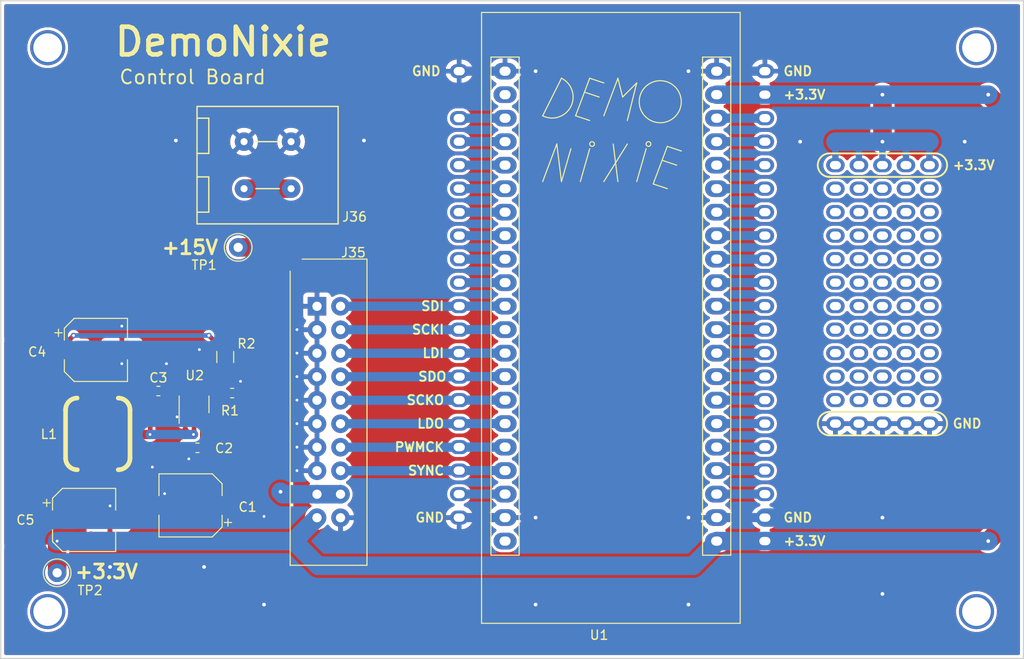
<source format=kicad_pcb>
(kicad_pcb (version 20171130) (host pcbnew 5.0.2-bee76a0~70~ubuntu18.04.1)
  (layers (0 F.Cu signal) (31 B.Cu signal) (34 B.Paste user) (35 F.Paste user) (36 B.SilkS user) (37 F.SilkS user) (38 B.Mask user) (39 F.Mask user) (44 Edge.Cuts user))
  (net 0 "")
  (net 1 GND)
  (net 2 +15V)
  (net 3 "Net-(C3-Pad1)")
  (net 4 "Net-(C3-Pad2)")
  (net 5 +3V3)
  (net 6 "Net-(J1-Pad1)")
  (net 7 "Net-(J2-Pad1)")
  (net 8 "Net-(J3-Pad1)")
  (net 9 "Net-(J4-Pad1)")
  (net 10 "Net-(J5-Pad1)")
  (net 11 "Net-(J6-Pad1)")
  (net 12 "Net-(J7-Pad1)")
  (net 13 "Net-(J8-Pad1)")
  (net 14 /SDI)
  (net 15 /SCKI)
  (net 16 /LDI)
  (net 17 /SDO)
  (net 18 /SCKO)
  (net 19 /LDO)
  (net 20 /PWMCK)
  (net 21 /SYNC)
  (net 22 "Net-(J17-Pad1)")
  (net 23 "Net-(J18-Pad1)")
  (net 24 "Net-(J19-Pad1)")
  (net 25 "Net-(J20-Pad1)")
  (net 26 "Net-(J21-Pad1)")
  (net 27 "Net-(J22-Pad1)")
  (net 28 "Net-(J23-Pad1)")
  (net 29 "Net-(J24-Pad1)")
  (net 30 "Net-(J25-Pad1)")
  (net 31 "Net-(J26-Pad1)")
  (net 32 "Net-(J27-Pad1)")
  (net 33 "Net-(J28-Pad1)")
  (net 34 "Net-(J29-Pad1)")
  (net 35 "Net-(J30-Pad1)")
  (net 36 "Net-(J31-Pad1)")
  (net 37 "Net-(J32-Pad1)")
  (net 38 "Net-(J33-Pad1)")
  (net 39 "Net-(J34-Pad1)")
  (net 40 "Net-(J37-Pad1)")
  (net 41 "Net-(J38-Pad1)")
  (net 42 "Net-(J39-Pad1)")
  (net 43 "Net-(J40-Pad1)")
  (net 44 "Net-(J41-Pad1)")
  (net 45 "Net-(J42-Pad1)")
  (net 46 "Net-(J43-Pad1)")
  (net 47 "Net-(J44-Pad1)")
  (net 48 "Net-(J45-Pad1)")
  (net 49 "Net-(J46-Pad1)")
  (net 50 "Net-(J47-Pad1)")
  (net 51 "Net-(J48-Pad1)")
  (net 52 "Net-(J49-Pad1)")
  (net 53 "Net-(J50-Pad1)")
  (net 54 "Net-(J51-Pad1)")
  (net 55 "Net-(J52-Pad1)")
  (net 56 "Net-(J53-Pad1)")
  (net 57 "Net-(J54-Pad1)")
  (net 58 "Net-(J55-Pad1)")
  (net 59 "Net-(J56-Pad1)")
  (net 60 "Net-(J57-Pad1)")
  (net 61 "Net-(J58-Pad1)")
  (net 62 "Net-(J59-Pad1)")
  (net 63 "Net-(J60-Pad1)")
  (net 64 "Net-(J61-Pad1)")
  (net 65 "Net-(J62-Pad1)")
  (net 66 "Net-(J63-Pad1)")
  (net 67 "Net-(J64-Pad1)")
  (net 68 "Net-(J65-Pad1)")
  (net 69 "Net-(J66-Pad1)")
  (net 70 "Net-(J67-Pad1)")
  (net 71 "Net-(J68-Pad1)")
  (net 72 "Net-(J69-Pad1)")
  (net 73 "Net-(J70-Pad1)")
  (net 74 "Net-(J71-Pad1)")
  (net 75 "Net-(R1-Pad1)")
  (net 76 "Net-(U1-Pad22)")
  (net 77 "Net-(U1-Pad41)")
  (net 78 "Net-(J78-Pad1)")
  (net 79 "Net-(J79-Pad1)")
  (net 80 "Net-(J80-Pad1)")
  (net 81 "Net-(J81-Pad1)")
  (net 82 "Net-(J82-Pad1)")
  (net 83 "Net-(J83-Pad1)")
  (net 84 "Net-(J84-Pad1)")
  (net 85 "Net-(J85-Pad1)")
  (net 86 "Net-(J86-Pad1)")
  (net 87 "Net-(J87-Pad1)")
  (net 88 "Net-(J88-Pad1)")
  (net 89 "Net-(J89-Pad1)")
  (net 90 "Net-(J90-Pad1)")
  (net 91 "Net-(J91-Pad1)")
  (net 92 "Net-(J92-Pad1)")
  (net 93 "Net-(J103-Pad1)")
  (net 94 "Net-(J104-Pad1)")
  (net 95 "Net-(J105-Pad1)")
  (net 96 "Net-(J106-Pad1)")
  (module Capacitor_SMD:CP_Elec_6.3x5.9 (layer F.Cu) (at 162.361591 118.30233 180)
    (fp_text reference C1 (at -6.162 -0.174 180) (layer F.SilkS))
    (fp_text value 10u)
    (pad 2 smd roundrect (at 2.8 0 180) (size 3.5 1.6) (layers F.Cu F.Paste F.Mask) (roundrect_rratio 0.15625) (net 1 GND))
    (pad 1 smd roundrect (at -2.8 0 180) (size 3.5 1.6) (layers F.Cu F.Paste F.Mask) (roundrect_rratio 0.15625) (net 2 +15V))
  )
  (module Capacitor_SMD:C_0603_1608Metric_Pad1.05x0.95mm_HandSolder (layer F.Cu) (at 163.109591 112.07933 180)
    (fp_text reference C2 (at -2.874 -0.047 180) (layer F.SilkS))
    (fp_text value 100n)
    (pad 2 smd roundrect (at 0.875 0 180) (size 1.05 0.95) (layers F.Cu F.Paste F.Mask) (net 1 GND))
    (pad 1 smd roundrect (at -0.875 0 180) (size 1.05 0.95) (layers F.Cu F.Paste F.Mask) (net 2 +15V))
  )
  (module Capacitor_SMD:C_0603_1608Metric_Pad1.05x0.95mm_HandSolder (layer F.Cu) (at 158.885591 105.93633)
    (fp_text reference C3 (at 0 -1.43) (layer F.SilkS))
    (fp_text value 100n)
    (pad 1 smd roundrect (at -0.875 0) (size 1.05 0.95) (layers F.Cu F.Paste F.Mask) (net 3 "Net-(C3-Pad1)"))
    (pad 2 smd roundrect (at 0.875 0) (size 1.05 0.95) (layers F.Cu F.Paste F.Mask) (net 4 "Net-(C3-Pad2)"))
  )
  (module Capacitor_SMD:CP_Elec_6.3x5.4 (layer F.Cu) (at 150.864591 119.87333)
    (fp_text reference C5 (at -6.344 0) (layer F.SilkS))
    (fp_text value 22u)
    (pad 1 smd roundrect (at -2.8 0) (size 3.5 1.6) (layers F.Cu F.Paste F.Mask) (roundrect_rratio 0.15625) (net 5 +3V3))
    (pad 2 smd roundrect (at 2.8 0) (size 3.5 1.6) (layers F.Cu F.Paste F.Mask) (roundrect_rratio 0.15625) (net 1 GND))
  )
  (module FootprintGamelGe2:HE10_2x10_P2.54mm (layer F.Cu) (at 176.022 96.774)
    (fp_text reference J35 (at 3.931591 -5.8) (layer F.SilkS))
    (fp_text value HE10_02x10)
    (pad 20 thru_hole oval (at 2.54 22.86) (size 2 2) (drill 1) (layers *.Cu *.Mask) (net 1 GND))
    (pad 19 thru_hole oval (at 0 22.86) (size 2 2) (drill 1) (layers *.Cu *.Mask) (net 5 +3V3))
    (pad 18 thru_hole oval (at 2.54 20.32) (size 2 2) (drill 1) (layers *.Cu *.Mask) (net 2 +15V))
    (pad 17 thru_hole oval (at 0 20.32) (size 2 2) (drill 1) (layers *.Cu *.Mask) (net 2 +15V))
    (pad 16 thru_hole oval (at 2.54 17.78) (size 2 2) (drill 1) (layers *.Cu *.Mask) (net 21 /SYNC))
    (pad 15 thru_hole oval (at 0 17.78) (size 2 2) (drill 1) (layers *.Cu *.Mask) (net 1 GND))
    (pad 14 thru_hole oval (at 2.54 15.24) (size 2 2) (drill 1) (layers *.Cu *.Mask) (net 20 /PWMCK))
    (pad 13 thru_hole oval (at 0 15.24) (size 2 2) (drill 1) (layers *.Cu *.Mask) (net 1 GND))
    (pad 12 thru_hole oval (at 2.54 12.7) (size 2 2) (drill 1) (layers *.Cu *.Mask) (net 19 /LDO))
    (pad 11 thru_hole oval (at 0 12.7) (size 2 2) (drill 1) (layers *.Cu *.Mask) (net 1 GND))
    (pad 10 thru_hole oval (at 2.54 10.16) (size 2 2) (drill 1) (layers *.Cu *.Mask) (net 18 /SCKO))
    (pad 9 thru_hole oval (at 0 10.16) (size 2 2) (drill 1) (layers *.Cu *.Mask) (net 1 GND))
    (pad 8 thru_hole oval (at 2.54 7.62) (size 2 2) (drill 1) (layers *.Cu *.Mask) (net 17 /SDO))
    (pad 7 thru_hole oval (at 0 7.62) (size 2 2) (drill 1) (layers *.Cu *.Mask) (net 1 GND))
    (pad 6 thru_hole oval (at 2.54 5.08) (size 2 2) (drill 1) (layers *.Cu *.Mask) (net 16 /LDI))
    (pad 5 thru_hole oval (at 0 5.08) (size 2 2) (drill 1) (layers *.Cu *.Mask) (net 1 GND))
    (pad 4 thru_hole oval (at 2.54 2.54) (size 2 2) (drill 1) (layers *.Cu *.Mask) (net 15 /SCKI))
    (pad 3 thru_hole oval (at 0 2.54) (size 2 2) (drill 1) (layers *.Cu *.Mask) (net 1 GND))
    (pad 2 thru_hole oval (at 2.54 0) (size 2 2) (drill 1) (layers *.Cu *.Mask) (net 14 /SDI))
    (pad 1 thru_hole rect (at 0 0) (size 2 2) (drill 1) (layers *.Cu *.Mask) (net 1 GND))
  )
  (module "inductors:744778002 Wurth" (layer F.Cu) (at 155.442591 110.63533 270)
    (fp_text reference L1 (at -0.033 8.382) (layer F.SilkS))
    (fp_text value 2.2u)
    (pad 1 smd rect (at 0 0 270) (size 2.2 2) (layers F.Cu F.Paste F.Mask) (net 3 "Net-(C3-Pad1)"))
    (pad 2 smd rect (at 0 6.2 270) (size 2.2 2) (layers F.Cu F.Paste F.Mask) (net 5 +3V3))
  )
  (module Resistor_SMD:R_0603_1608Metric_Pad1.05x0.95mm_HandSolder (layer F.Cu) (at 166.858591 106.15733)
    (fp_text reference R1 (at -0.24 1.905) (layer F.SilkS))
    (fp_text value 10k)
    (pad 1 smd roundrect (at -0.875 0) (size 1.05 0.95) (layers F.Cu F.Paste F.Mask) (net 75 "Net-(R1-Pad1)"))
    (pad 2 smd roundrect (at 0.875 0) (size 1.05 0.95) (layers F.Cu F.Paste F.Mask) (net 1 GND))
  )
  (module Resistor_SMD:R_1206_3216Metric_Pad1.42x1.75mm_HandSolder (layer F.Cu) (at 166.110591 102.25683 270)
    (fp_text reference R2 (at -1.4335 -2.286) (layer F.SilkS))
    (fp_text value 33.2k)
    (pad 1 smd roundrect (at -1.4875 0 270) (size 1.425 1.75) (layers F.Cu F.Paste F.Mask) (roundrect_rratio 0.175439) (net 5 +3V3))
    (pad 2 smd roundrect (at 1.4875 0 270) (size 1.425 1.75) (layers F.Cu F.Paste F.Mask) (roundrect_rratio 0.175439) (net 75 "Net-(R1-Pad1)"))
  )
  (module TestPoint:TestPoint_Loop_D1.80mm_Drill1.0mm_Beaded (layer F.Cu) (at 167.507591 90.40933)
    (fp_text reference TP1 (at -3.683 1.905) (layer F.SilkS))
    (fp_text value TP_15V)
    (pad 1 thru_hole circle (at 0 0) (size 2 2) (drill 1) (layers *.Cu *.Mask) (net 2 +15V))
  )
  (module TestPoint:TestPoint_Loop_D1.80mm_Drill1.0mm_Beaded (layer F.Cu) (at 147.949591 125.58833)
    (fp_text reference TP2 (at 3.556 1.905) (layer F.SilkS))
    (fp_text value TP_3.3V)
    (pad 1 thru_hole circle (at 0 0) (size 2 2) (drill 1) (layers *.Cu *.Mask) (net 5 +3V3))
  )
  (module CY-BLE:CY8CPROTO-063-BLE (layer F.Cu) (at 219.196591 122.15933)
    (fp_text reference U1 (at -12.7 10.16) (layer F.SilkS))
    (fp_text value CY8CPROTO-063-BLE-PSOC6)
    (pad 1 thru_hole oval (at 0 0) (size 2.5 1.8) (drill oval 1.2 1) (layers *.Cu *.Mask) (net 5 +3V3))
    (pad 2 thru_hole oval (at 0 -2.54) (size 2.5 1.8) (drill oval 1.2 1) (layers *.Cu *.Mask) (net 1 GND))
    (pad 3 thru_hole oval (at 0 -5.08) (size 2.5 1.8) (drill oval 1.2 1) (layers *.Cu *.Mask) (net 39 "Net-(J34-Pad1)"))
    (pad 4 thru_hole oval (at 0 -7.62) (size 2.5 1.8) (drill oval 1.2 1) (layers *.Cu *.Mask) (net 38 "Net-(J33-Pad1)"))
    (pad 5 thru_hole oval (at 0 -10.16) (size 2.5 1.8) (drill oval 1.2 1) (layers *.Cu *.Mask) (net 37 "Net-(J32-Pad1)"))
    (pad 6 thru_hole oval (at 0 -12.7) (size 2.5 1.8) (drill oval 1.2 1) (layers *.Cu *.Mask) (net 36 "Net-(J31-Pad1)"))
    (pad 7 thru_hole oval (at 0 -15.24) (size 2.5 1.8) (drill oval 1.2 1) (layers *.Cu *.Mask) (net 35 "Net-(J30-Pad1)"))
    (pad 8 thru_hole oval (at 0 -17.78) (size 2.5 1.8) (drill oval 1.2 1) (layers *.Cu *.Mask) (net 34 "Net-(J29-Pad1)"))
    (pad 9 thru_hole oval (at 0 -20.32) (size 2.5 1.8) (drill oval 1.2 1) (layers *.Cu *.Mask) (net 33 "Net-(J28-Pad1)"))
    (pad 10 thru_hole oval (at 0 -22.86) (size 2.5 1.8) (drill oval 1.2 1) (layers *.Cu *.Mask) (net 32 "Net-(J27-Pad1)"))
    (pad 11 thru_hole oval (at 0 -25.4) (size 2.5 1.8) (drill oval 1.2 1) (layers *.Cu *.Mask) (net 31 "Net-(J26-Pad1)"))
    (pad 12 thru_hole oval (at 0 -27.94) (size 2.5 1.8) (drill oval 1.2 1) (layers *.Cu *.Mask) (net 30 "Net-(J25-Pad1)"))
    (pad 13 thru_hole oval (at 0 -30.48) (size 2.5 1.8) (drill oval 1.2 1) (layers *.Cu *.Mask) (net 29 "Net-(J24-Pad1)"))
    (pad 14 thru_hole oval (at 0 -33.02) (size 2.5 1.8) (drill oval 1.2 1) (layers *.Cu *.Mask) (net 28 "Net-(J23-Pad1)"))
    (pad 15 thru_hole oval (at 0 -35.56) (size 2.5 1.8) (drill oval 1.2 1) (layers *.Cu *.Mask) (net 27 "Net-(J22-Pad1)"))
    (pad 16 thru_hole oval (at 0 -38.1) (size 2.5 1.8) (drill oval 1.2 1) (layers *.Cu *.Mask) (net 26 "Net-(J21-Pad1)"))
    (pad 17 thru_hole oval (at 0 -40.64) (size 2.5 1.8) (drill oval 1.2 1) (layers *.Cu *.Mask) (net 25 "Net-(J20-Pad1)"))
    (pad 18 thru_hole oval (at 0 -43.18) (size 2.5 1.8) (drill oval 1.2 1) (layers *.Cu *.Mask) (net 24 "Net-(J19-Pad1)"))
    (pad 19 thru_hole oval (at 0 -45.72) (size 2.5 1.8) (drill oval 1.2 1) (layers *.Cu *.Mask) (net 23 "Net-(J18-Pad1)"))
    (pad 20 thru_hole oval (at 0 -48.26) (size 2.5 1.8) (drill oval 1.2 1) (layers *.Cu *.Mask) (net 5 +3V3))
    (pad 21 thru_hole oval (at 0 -50.8) (size 2.5 1.8) (drill oval 1.2 1) (layers *.Cu *.Mask) (net 1 GND))
    (pad 22 thru_hole oval (at -22.86 0) (size 2.5 1.8) (drill oval 1.2 1) (layers *.Cu *.Mask) (net 76 "Net-(U1-Pad22)"))
    (pad 23 thru_hole oval (at -22.86 -2.54) (size 2.5 1.8) (drill oval 1.2 1) (layers *.Cu *.Mask) (net 1 GND))
    (pad 24 thru_hole oval (at -22.86 -5.08) (size 2.5 1.8) (drill oval 1.2 1) (layers *.Cu *.Mask) (net 22 "Net-(J17-Pad1)"))
    (pad 25 thru_hole oval (at -22.86 -7.62) (size 2.5 1.8) (drill oval 1.2 1) (layers *.Cu *.Mask) (net 21 /SYNC))
    (pad 26 thru_hole oval (at -22.86 -10.16) (size 2.5 1.8) (drill oval 1.2 1) (layers *.Cu *.Mask) (net 20 /PWMCK))
    (pad 27 thru_hole oval (at -22.86 -12.7) (size 2.5 1.8) (drill oval 1.2 1) (layers *.Cu *.Mask) (net 19 /LDO))
    (pad 28 thru_hole oval (at -22.86 -15.24) (size 2.5 1.8) (drill oval 1.2 1) (layers *.Cu *.Mask) (net 18 /SCKO))
    (pad 29 thru_hole oval (at -22.86 -17.78) (size 2.5 1.8) (drill oval 1.2 1) (layers *.Cu *.Mask) (net 17 /SDO))
    (pad 30 thru_hole oval (at -22.86 -20.32) (size 2.5 1.8) (drill oval 1.2 1) (layers *.Cu *.Mask) (net 16 /LDI))
    (pad 31 thru_hole oval (at -22.86 -22.86) (size 2.5 1.8) (drill oval 1.2 1) (layers *.Cu *.Mask) (net 15 /SCKI))
    (pad 32 thru_hole oval (at -22.86 -25.4) (size 2.5 1.8) (drill oval 1.2 1) (layers *.Cu *.Mask) (net 14 /SDI))
    (pad 33 thru_hole oval (at -22.86 -27.94) (size 2.5 1.8) (drill oval 1.2 1) (layers *.Cu *.Mask) (net 13 "Net-(J8-Pad1)"))
    (pad 34 thru_hole oval (at -22.86 -30.48) (size 2.5 1.8) (drill oval 1.2 1) (layers *.Cu *.Mask) (net 12 "Net-(J7-Pad1)"))
    (pad 35 thru_hole oval (at -22.86 -33.02) (size 2.5 1.8) (drill oval 1.2 1) (layers *.Cu *.Mask) (net 11 "Net-(J6-Pad1)"))
    (pad 36 thru_hole oval (at -22.86 -35.56) (size 2.5 1.8) (drill oval 1.2 1) (layers *.Cu *.Mask) (net 10 "Net-(J5-Pad1)"))
    (pad 37 thru_hole oval (at -22.86 -38.1) (size 2.5 1.8) (drill oval 1.2 1) (layers *.Cu *.Mask) (net 9 "Net-(J4-Pad1)"))
    (pad 38 thru_hole oval (at -22.86 -40.64) (size 2.5 1.8) (drill oval 1.2 1) (layers *.Cu *.Mask) (net 8 "Net-(J3-Pad1)"))
    (pad 39 thru_hole oval (at -22.86 -43.18) (size 2.5 1.8) (drill oval 1.2 1) (layers *.Cu *.Mask) (net 7 "Net-(J2-Pad1)"))
    (pad 40 thru_hole oval (at -22.86 -45.72) (size 2.5 1.8) (drill oval 1.2 1) (layers *.Cu *.Mask) (net 6 "Net-(J1-Pad1)"))
    (pad 41 thru_hole oval (at -22.86 -48.26) (size 2.5 1.8) (drill oval 1.2 1) (layers *.Cu *.Mask) (net 77 "Net-(U1-Pad41)"))
    (pad 42 thru_hole oval (at -22.86 -50.8) (size 2.5 1.8) (drill oval 1.2 1) (layers *.Cu *.Mask) (net 1 GND))
  )
  (module Package_TO_SOT_SMD:SOT-23-6_Handsoldering (layer F.Cu) (at 162.742591 107.38033 90)
    (fp_text reference U2 (at 3.128 0.066 180) (layer F.SilkS))
    (fp_text value TPS563200)
    (pad 1 smd rect (at -1.35 -0.95 90) (size 1.56 0.65) (layers F.Cu F.Paste F.Mask) (net 1 GND))
    (pad 2 smd rect (at -1.35 0 90) (size 1.56 0.65) (layers F.Cu F.Paste F.Mask) (net 3 "Net-(C3-Pad1)"))
    (pad 3 smd rect (at -1.35 0.95 90) (size 1.56 0.65) (layers F.Cu F.Paste F.Mask) (net 2 +15V))
    (pad 4 smd rect (at 1.35 0.95 90) (size 1.56 0.65) (layers F.Cu F.Paste F.Mask) (net 75 "Net-(R1-Pad1)"))
    (pad 6 smd rect (at 1.35 -0.95 90) (size 1.56 0.65) (layers F.Cu F.Paste F.Mask) (net 4 "Net-(C3-Pad2)"))
    (pad 5 smd rect (at 1.35 0 90) (size 1.56 0.65) (layers F.Cu F.Paste F.Mask) (net 2 +15V))
  )
  (module Capacitor_SMD:CP_Elec_6.3x5.4 (layer F.Cu) (at 152.140591 101.49133)
    (fp_text reference C4 (at -6.35 0.221) (layer F.SilkS))
    (fp_text value 22u)
    (pad 1 smd roundrect (at -2.8 0) (size 3.5 1.6) (layers F.Cu F.Paste F.Mask) (roundrect_rratio 0.15625) (net 5 +3V3))
    (pad 2 smd roundrect (at 2.8 0) (size 3.5 1.6) (layers F.Cu F.Paste F.Mask) (roundrect_rratio 0.15625) (net 1 GND))
  )
  (module wago256-402:WAGO-256-402 (layer F.Cu) (at 170.682591 84.05933 180)
    (fp_text reference J36 (at -9.398 -3.048 180) (layer F.SilkS))
    (fp_text value WAGO256)
    (pad 1 thru_hole circle (at 2.54 0 180) (size 2 2) (drill 0.762) (layers *.Cu *.Mask) (net 2 +15V))
    (pad 2 thru_hole circle (at -2.54 0 180) (size 2 2) (drill 0.762) (layers *.Cu *.Mask) (net 2 +15V))
    (pad 3 thru_hole circle (at 2.54 5.08 180) (size 2 2) (drill 0.762) (layers *.Cu *.Mask) (net 1 GND))
    (pad 4 thru_hole circle (at -2.54 5.08 180) (size 2 2) (drill 0.762) (layers *.Cu *.Mask) (net 1 GND))
  )
  (module PIN:PIN-tr1-d2 (layer F.Cu) (at 191.383591 76.43933)
    (fp_text reference J1 hide)
    (fp_text value TP)
    (pad 1 thru_hole oval (at 0 0) (size 2 1.524) (drill oval 1.2 0.9) (layers *.Cu *.Mask) (net 6 "Net-(J1-Pad1)"))
  )
  (module PIN:PIN-tr1-d2 (layer F.Cu) (at 191.383591 78.97933)
    (fp_text reference J2 hide)
    (fp_text value TP)
    (pad 1 thru_hole oval (at 0 0) (size 2 1.524) (drill oval 1.2 0.9) (layers *.Cu *.Mask) (net 7 "Net-(J2-Pad1)"))
  )
  (module PIN:PIN-tr1-d2 (layer F.Cu) (at 191.383591 81.51933)
    (fp_text reference J3 hide)
    (fp_text value TP)
    (pad 1 thru_hole oval (at 0 0) (size 2 1.524) (drill oval 1.2 0.9) (layers *.Cu *.Mask) (net 8 "Net-(J3-Pad1)"))
  )
  (module PIN:PIN-tr1-d2 (layer F.Cu) (at 191.383591 84.05933)
    (fp_text reference J4 hide)
    (fp_text value TP)
    (pad 1 thru_hole oval (at 0 0) (size 2 1.524) (drill oval 1.2 0.9) (layers *.Cu *.Mask) (net 9 "Net-(J4-Pad1)"))
  )
  (module PIN:PIN-tr1-d2 (layer F.Cu) (at 191.383591 86.59933)
    (fp_text reference J5 hide)
    (fp_text value TP)
    (pad 1 thru_hole oval (at 0 0) (size 2 1.524) (drill oval 1.2 0.9) (layers *.Cu *.Mask) (net 10 "Net-(J5-Pad1)"))
  )
  (module PIN:PIN-tr1-d2 (layer F.Cu) (at 191.383591 89.13933)
    (fp_text reference J6 hide)
    (fp_text value TP)
    (pad 1 thru_hole oval (at 0 0) (size 2 1.524) (drill oval 1.2 0.9) (layers *.Cu *.Mask) (net 11 "Net-(J6-Pad1)"))
  )
  (module PIN:PIN-tr1-d2 (layer F.Cu) (at 191.383591 91.67933)
    (fp_text reference J7 hide)
    (fp_text value TP)
    (pad 1 thru_hole oval (at 0 0) (size 2 1.524) (drill oval 1.2 0.9) (layers *.Cu *.Mask) (net 12 "Net-(J7-Pad1)"))
  )
  (module PIN:PIN-tr1-d2 (layer F.Cu) (at 191.383591 94.21933)
    (fp_text reference J8 hide)
    (fp_text value TP)
    (pad 1 thru_hole oval (at 0 0) (size 2 1.524) (drill oval 1.2 0.9) (layers *.Cu *.Mask) (net 13 "Net-(J8-Pad1)"))
  )
  (module PIN:PIN-tr1-d2 (layer F.Cu) (at 191.383591 96.75933)
    (fp_text reference J9 hide)
    (fp_text value TP)
    (pad 1 thru_hole oval (at 0 0) (size 2 1.524) (drill oval 1.2 0.9) (layers *.Cu *.Mask) (net 14 /SDI))
  )
  (module PIN:PIN-tr1-d2 (layer F.Cu) (at 191.383591 99.29933)
    (fp_text reference J10 hide)
    (fp_text value TP)
    (pad 1 thru_hole oval (at 0 0) (size 2 1.524) (drill oval 1.2 0.9) (layers *.Cu *.Mask) (net 15 /SCKI))
  )
  (module PIN:PIN-tr1-d2 (layer F.Cu) (at 191.383591 101.83933)
    (fp_text reference J11 hide)
    (fp_text value TP)
    (pad 1 thru_hole oval (at 0 0) (size 2 1.524) (drill oval 1.2 0.9) (layers *.Cu *.Mask) (net 16 /LDI))
  )
  (module PIN:PIN-tr1-d2 (layer F.Cu) (at 191.383591 104.37933)
    (fp_text reference J12 hide)
    (fp_text value TP)
    (pad 1 thru_hole oval (at 0 0) (size 2 1.524) (drill oval 1.2 0.9) (layers *.Cu *.Mask) (net 17 /SDO))
  )
  (module PIN:PIN-tr1-d2 (layer F.Cu) (at 191.383591 106.91933)
    (fp_text reference J13 hide)
    (fp_text value TP)
    (pad 1 thru_hole oval (at 0 0) (size 2 1.524) (drill oval 1.2 0.9) (layers *.Cu *.Mask) (net 18 /SCKO))
  )
  (module PIN:PIN-tr1-d2 (layer F.Cu) (at 191.383591 109.45933)
    (fp_text reference J14 hide)
    (fp_text value TP)
    (pad 1 thru_hole oval (at 0 0) (size 2 1.524) (drill oval 1.2 0.9) (layers *.Cu *.Mask) (net 19 /LDO))
  )
  (module PIN:PIN-tr1-d2 (layer F.Cu) (at 191.383591 111.99933)
    (fp_text reference J15 hide)
    (fp_text value TP)
    (pad 1 thru_hole oval (at 0 0) (size 2 1.524) (drill oval 1.2 0.9) (layers *.Cu *.Mask) (net 20 /PWMCK))
  )
  (module PIN:PIN-tr1-d2 (layer F.Cu) (at 191.383591 114.53933)
    (fp_text reference J16 hide)
    (fp_text value TP)
    (pad 1 thru_hole oval (at 0 0) (size 2 1.524) (drill oval 1.2 0.9) (layers *.Cu *.Mask) (net 21 /SYNC))
  )
  (module PIN:PIN-tr1-d2 (layer F.Cu) (at 191.383591 117.07933)
    (fp_text reference J17 hide)
    (fp_text value TP)
    (pad 1 thru_hole oval (at 0 0) (size 2 1.524) (drill oval 1.2 0.9) (layers *.Cu *.Mask) (net 22 "Net-(J17-Pad1)"))
  )
  (module PIN:PIN-tr1-d2 (layer F.Cu) (at 224.403591 76.43933)
    (fp_text reference J18 hide)
    (fp_text value TP)
    (pad 1 thru_hole oval (at 0 0) (size 2 1.524) (drill oval 1.2 0.9) (layers *.Cu *.Mask) (net 23 "Net-(J18-Pad1)"))
  )
  (module PIN:PIN-tr1-d2 (layer F.Cu) (at 224.403591 78.97933)
    (fp_text reference J19 hide)
    (fp_text value TP)
    (pad 1 thru_hole oval (at 0 0) (size 2 1.524) (drill oval 1.2 0.9) (layers *.Cu *.Mask) (net 24 "Net-(J19-Pad1)"))
  )
  (module PIN:PIN-tr1-d2 (layer F.Cu) (at 224.403591 81.51933)
    (fp_text reference J20 hide)
    (fp_text value TP)
    (pad 1 thru_hole oval (at 0 0) (size 2 1.524) (drill oval 1.2 0.9) (layers *.Cu *.Mask) (net 25 "Net-(J20-Pad1)"))
  )
  (module PIN:PIN-tr1-d2 (layer F.Cu) (at 224.403591 84.05933)
    (fp_text reference J21 hide)
    (fp_text value TP)
    (pad 1 thru_hole oval (at 0 0) (size 2 1.524) (drill oval 1.2 0.9) (layers *.Cu *.Mask) (net 26 "Net-(J21-Pad1)"))
  )
  (module PIN:PIN-tr1-d2 (layer F.Cu) (at 224.403591 86.59933)
    (fp_text reference J22 hide)
    (fp_text value TP)
    (pad 1 thru_hole oval (at 0 0) (size 2 1.524) (drill oval 1.2 0.9) (layers *.Cu *.Mask) (net 27 "Net-(J22-Pad1)"))
  )
  (module PIN:PIN-tr1-d2 (layer F.Cu) (at 224.403591 89.13933)
    (fp_text reference J23 hide)
    (fp_text value TP)
    (pad 1 thru_hole oval (at 0 0) (size 2 1.524) (drill oval 1.2 0.9) (layers *.Cu *.Mask) (net 28 "Net-(J23-Pad1)"))
  )
  (module PIN:PIN-tr1-d2 (layer F.Cu) (at 224.403591 91.67933)
    (fp_text reference J24 hide)
    (fp_text value TP)
    (pad 1 thru_hole oval (at 0 0) (size 2 1.524) (drill oval 1.2 0.9) (layers *.Cu *.Mask) (net 29 "Net-(J24-Pad1)"))
  )
  (module PIN:PIN-tr1-d2 (layer F.Cu) (at 224.403591 94.21933)
    (fp_text reference J25 hide)
    (fp_text value TP)
    (pad 1 thru_hole oval (at 0 0) (size 2 1.524) (drill oval 1.2 0.9) (layers *.Cu *.Mask) (net 30 "Net-(J25-Pad1)"))
  )
  (module PIN:PIN-tr1-d2 (layer F.Cu) (at 224.403591 96.75933)
    (fp_text reference J26 hide)
    (fp_text value TP)
    (pad 1 thru_hole oval (at 0 0) (size 2 1.524) (drill oval 1.2 0.9) (layers *.Cu *.Mask) (net 31 "Net-(J26-Pad1)"))
  )
  (module PIN:PIN-tr1-d2 (layer F.Cu) (at 224.403591 99.29933)
    (fp_text reference J27 hide)
    (fp_text value TP)
    (pad 1 thru_hole oval (at 0 0) (size 2 1.524) (drill oval 1.2 0.9) (layers *.Cu *.Mask) (net 32 "Net-(J27-Pad1)"))
  )
  (module PIN:PIN-tr1-d2 (layer F.Cu) (at 224.403591 101.83933)
    (fp_text reference J28 hide)
    (fp_text value TP)
    (pad 1 thru_hole oval (at 0 0) (size 2 1.524) (drill oval 1.2 0.9) (layers *.Cu *.Mask) (net 33 "Net-(J28-Pad1)"))
  )
  (module PIN:PIN-tr1-d2 (layer F.Cu) (at 224.403591 104.37933)
    (fp_text reference J29 hide)
    (fp_text value TP)
    (pad 1 thru_hole oval (at 0 0) (size 2 1.524) (drill oval 1.2 0.9) (layers *.Cu *.Mask) (net 34 "Net-(J29-Pad1)"))
  )
  (module PIN:PIN-tr1-d2 (layer F.Cu) (at 224.403591 106.91933)
    (fp_text reference J30 hide)
    (fp_text value TP)
    (pad 1 thru_hole oval (at 0 0) (size 2 1.524) (drill oval 1.2 0.9) (layers *.Cu *.Mask) (net 35 "Net-(J30-Pad1)"))
  )
  (module PIN:PIN-tr1-d2 (layer F.Cu) (at 224.403591 109.45933)
    (fp_text reference J31 hide)
    (fp_text value TP)
    (pad 1 thru_hole oval (at 0 0) (size 2 1.524) (drill oval 1.2 0.9) (layers *.Cu *.Mask) (net 36 "Net-(J31-Pad1)"))
  )
  (module PIN:PIN-tr1-d2 (layer F.Cu) (at 224.403591 111.99933)
    (fp_text reference J32 hide)
    (fp_text value TP)
    (pad 1 thru_hole oval (at 0 0) (size 2 1.524) (drill oval 1.2 0.9) (layers *.Cu *.Mask) (net 37 "Net-(J32-Pad1)"))
  )
  (module PIN:PIN-tr1-d2 (layer F.Cu) (at 224.403591 114.53933)
    (fp_text reference J33 hide)
    (fp_text value TP)
    (pad 1 thru_hole oval (at 0 0) (size 2 1.524) (drill oval 1.2 0.9) (layers *.Cu *.Mask) (net 38 "Net-(J33-Pad1)"))
  )
  (module PIN:PIN-tr1-d2 (layer F.Cu) (at 224.403591 117.07933)
    (fp_text reference J34 hide)
    (fp_text value TP)
    (pad 1 thru_hole oval (at 0 0) (size 2 1.524) (drill oval 1.2 0.9) (layers *.Cu *.Mask) (net 39 "Net-(J34-Pad1)"))
  )
  (module PIN:PIN-tr1-d2 (layer F.Cu) (at 224.403591 73.89933)
    (fp_text reference J72 hide)
    (fp_text value TP)
    (pad 1 thru_hole oval (at 0 0) (size 2 1.524) (drill oval 1.2 0.9) (layers *.Cu *.Mask) (net 5 +3V3))
  )
  (module PIN:PIN-tr1-d2 (layer F.Cu) (at 224.403591 122.15933)
    (fp_text reference J73 hide)
    (fp_text value TP)
    (pad 1 thru_hole oval (at 0 0) (size 2 1.524) (drill oval 1.2 0.9) (layers *.Cu *.Mask) (net 5 +3V3))
  )
  (module PIN:PIN-tr1-d2 (layer F.Cu) (at 224.403591 71.35933)
    (fp_text reference J74 hide)
    (fp_text value TP)
    (pad 1 thru_hole oval (at 0 0) (size 2 1.524) (drill oval 1.2 0.9) (layers *.Cu *.Mask) (net 1 GND))
  )
  (module PIN:PIN-tr1-d2 (layer F.Cu) (at 224.403591 119.61933)
    (fp_text reference J75 hide)
    (fp_text value TP)
    (pad 1 thru_hole oval (at 0 0) (size 2 1.524) (drill oval 1.2 0.9) (layers *.Cu *.Mask) (net 1 GND))
  )
  (module PIN:PIN-tr1-d2 (layer F.Cu) (at 191.383591 71.35933)
    (fp_text reference J76 hide)
    (fp_text value TP)
    (pad 1 thru_hole oval (at 0 0) (size 2 1.524) (drill oval 1.2 0.9) (layers *.Cu *.Mask) (net 1 GND))
  )
  (module PIN:PIN-tr1-d2 (layer F.Cu) (at 191.383591 119.61933)
    (fp_text reference J77 hide)
    (fp_text value TP)
    (pad 1 thru_hole oval (at 0 0) (size 2 1.524) (drill oval 1.2 0.9) (layers *.Cu *.Mask) (net 1 GND))
  )
  (module PIN:PIN-tr1-d2 (layer F.Cu) (at 232.023591 86.59933)
    (fp_text reference J38 hide)
    (fp_text value TP)
    (pad 1 thru_hole oval (at 0 0) (size 2 1.524) (drill oval 1.2 0.9) (layers *.Cu *.Mask) (net 41 "Net-(J38-Pad1)"))
  )
  (module PIN:PIN-tr1-d2 (layer F.Cu) (at 234.563591 84.05933)
    (fp_text reference J41 hide)
    (fp_text value TP)
    (pad 1 thru_hole oval (at 0 0) (size 2 1.524) (drill oval 1.2 0.9) (layers *.Cu *.Mask) (net 44 "Net-(J41-Pad1)"))
  )
  (module PIN:PIN-tr1-d2 (layer F.Cu) (at 232.023591 84.05933)
    (fp_text reference J45 hide)
    (fp_text value TP)
    (pad 1 thru_hole oval (at 0 0) (size 2 1.524) (drill oval 1.2 0.9) (layers *.Cu *.Mask) (net 48 "Net-(J45-Pad1)"))
  )
  (module PIN:PIN-tr1-d2 (layer F.Cu) (at 234.563591 86.59933)
    (fp_text reference J50 hide)
    (fp_text value TP)
    (pad 1 thru_hole oval (at 0 0) (size 2 1.524) (drill oval 1.2 0.9) (layers *.Cu *.Mask) (net 53 "Net-(J50-Pad1)"))
  )
  (module PIN:PIN-tr1-d2 (layer F.Cu) (at 237.103591 86.59933)
    (fp_text reference J55 hide)
    (fp_text value TP)
    (pad 1 thru_hole oval (at 0 0) (size 2 1.524) (drill oval 1.2 0.9) (layers *.Cu *.Mask) (net 58 "Net-(J55-Pad1)"))
  )
  (module PIN:PIN-tr1-d2 (layer F.Cu) (at 239.643591 84.05933)
    (fp_text reference J60 hide)
    (fp_text value TP)
    (pad 1 thru_hole oval (at 0 0) (size 2 1.524) (drill oval 1.2 0.9) (layers *.Cu *.Mask) (net 63 "Net-(J60-Pad1)"))
  )
  (module PIN:PIN-tr1-d2 (layer F.Cu) (at 237.103591 84.05933)
    (fp_text reference J71 hide)
    (fp_text value TP)
    (pad 1 thru_hole oval (at 0 0) (size 2 1.524) (drill oval 1.2 0.9) (layers *.Cu *.Mask) (net 74 "Net-(J71-Pad1)"))
  )
  (module PIN:PIN-tr1-d2 (layer F.Cu) (at 239.643591 86.59933)
    (fp_text reference J37 hide)
    (fp_text value TP)
    (pad 1 thru_hole oval (at 0 0) (size 2 1.524) (drill oval 1.2 0.9) (layers *.Cu *.Mask) (net 40 "Net-(J37-Pad1)"))
  )
  (module PIN:PIN-tr1-d2 (layer F.Cu) (at 234.563591 99.29933)
    (fp_text reference J39 hide)
    (fp_text value TP)
    (pad 1 thru_hole oval (at 0 0) (size 2 1.524) (drill oval 1.2 0.9) (layers *.Cu *.Mask) (net 42 "Net-(J39-Pad1)"))
  )
  (module PIN:PIN-tr1-d2 (layer F.Cu) (at 242.183591 84.05933)
    (fp_text reference J40 hide)
    (fp_text value TP)
    (pad 1 thru_hole oval (at 0 0) (size 2 1.524) (drill oval 1.2 0.9) (layers *.Cu *.Mask) (net 43 "Net-(J40-Pad1)"))
  )
  (module PIN:PIN-tr1-d2 (layer F.Cu) (at 237.103591 89.13933)
    (fp_text reference J42 hide)
    (fp_text value TP)
    (pad 1 thru_hole oval (at 0 0) (size 2 1.524) (drill oval 1.2 0.9) (layers *.Cu *.Mask) (net 45 "Net-(J42-Pad1)"))
  )
  (module PIN:PIN-tr1-d2 (layer F.Cu) (at 239.643591 89.13933)
    (fp_text reference J43 hide)
    (fp_text value TP)
    (pad 1 thru_hole oval (at 0 0) (size 2 1.524) (drill oval 1.2 0.9) (layers *.Cu *.Mask) (net 46 "Net-(J43-Pad1)"))
  )
  (module PIN:PIN-tr1-d2 (layer F.Cu) (at 232.023591 99.29933)
    (fp_text reference J44 hide)
    (fp_text value TP)
    (pad 1 thru_hole oval (at 0 0) (size 2 1.524) (drill oval 1.2 0.9) (layers *.Cu *.Mask) (net 47 "Net-(J44-Pad1)"))
  )
  (module PIN:PIN-tr1-d2 (layer F.Cu) (at 242.183591 91.67933)
    (fp_text reference J46 hide)
    (fp_text value TP)
    (pad 1 thru_hole oval (at 0 0) (size 2 1.524) (drill oval 1.2 0.9) (layers *.Cu *.Mask) (net 49 "Net-(J46-Pad1)"))
  )
  (module PIN:PIN-tr1-d2 (layer F.Cu) (at 237.103591 91.67933)
    (fp_text reference J47 hide)
    (fp_text value TP)
    (pad 1 thru_hole oval (at 0 0) (size 2 1.524) (drill oval 1.2 0.9) (layers *.Cu *.Mask) (net 50 "Net-(J47-Pad1)"))
  )
  (module PIN:PIN-tr1-d2 (layer F.Cu) (at 242.183591 89.13933)
    (fp_text reference J48 hide)
    (fp_text value TP)
    (pad 1 thru_hole oval (at 0 0) (size 2 1.524) (drill oval 1.2 0.9) (layers *.Cu *.Mask) (net 51 "Net-(J48-Pad1)"))
  )
  (module PIN:PIN-tr1-d2 (layer F.Cu) (at 234.563591 89.13933)
    (fp_text reference J49 hide)
    (fp_text value TP)
    (pad 1 thru_hole oval (at 0 0) (size 2 1.524) (drill oval 1.2 0.9) (layers *.Cu *.Mask) (net 52 "Net-(J49-Pad1)"))
  )
  (module PIN:PIN-tr1-d2 (layer F.Cu) (at 232.023591 94.21933)
    (fp_text reference J51 hide)
    (fp_text value TP)
    (pad 1 thru_hole oval (at 0 0) (size 2 1.524) (drill oval 1.2 0.9) (layers *.Cu *.Mask) (net 54 "Net-(J51-Pad1)"))
  )
  (module PIN:PIN-tr1-d2 (layer F.Cu) (at 239.643591 99.29933)
    (fp_text reference J52 hide)
    (fp_text value TP)
    (pad 1 thru_hole oval (at 0 0) (size 2 1.524) (drill oval 1.2 0.9) (layers *.Cu *.Mask) (net 55 "Net-(J52-Pad1)"))
  )
  (module PIN:PIN-tr1-d2 (layer F.Cu) (at 239.643591 91.67933)
    (fp_text reference J53 hide)
    (fp_text value TP)
    (pad 1 thru_hole oval (at 0 0) (size 2 1.524) (drill oval 1.2 0.9) (layers *.Cu *.Mask) (net 56 "Net-(J53-Pad1)"))
  )
  (module PIN:PIN-tr1-d2 (layer F.Cu) (at 237.103591 99.29933)
    (fp_text reference J54 hide)
    (fp_text value TP)
    (pad 1 thru_hole oval (at 0 0) (size 2 1.524) (drill oval 1.2 0.9) (layers *.Cu *.Mask) (net 57 "Net-(J54-Pad1)"))
  )
  (module PIN:PIN-tr1-d2 (layer F.Cu) (at 232.023591 89.13933)
    (fp_text reference J56 hide)
    (fp_text value TP)
    (pad 1 thru_hole oval (at 0 0) (size 2 1.524) (drill oval 1.2 0.9) (layers *.Cu *.Mask) (net 59 "Net-(J56-Pad1)"))
  )
  (module PIN:PIN-tr1-d2 (layer F.Cu) (at 234.563591 94.21933)
    (fp_text reference J57 hide)
    (fp_text value TP)
    (pad 1 thru_hole oval (at 0 0) (size 2 1.524) (drill oval 1.2 0.9) (layers *.Cu *.Mask) (net 60 "Net-(J57-Pad1)"))
  )
  (module PIN:PIN-tr1-d2 (layer F.Cu) (at 237.103591 94.21933)
    (fp_text reference J58 hide)
    (fp_text value TP)
    (pad 1 thru_hole oval (at 0 0) (size 2 1.524) (drill oval 1.2 0.9) (layers *.Cu *.Mask) (net 61 "Net-(J58-Pad1)"))
  )
  (module PIN:PIN-tr1-d2 (layer F.Cu) (at 242.183591 94.21933)
    (fp_text reference J59 hide)
    (fp_text value TP)
    (pad 1 thru_hole oval (at 0 0) (size 2 1.524) (drill oval 1.2 0.9) (layers *.Cu *.Mask) (net 62 "Net-(J59-Pad1)"))
  )
  (module PIN:PIN-tr1-d2 (layer F.Cu) (at 232.023591 91.67933)
    (fp_text reference J61 hide)
    (fp_text value TP)
    (pad 1 thru_hole oval (at 0 0) (size 2 1.524) (drill oval 1.2 0.9) (layers *.Cu *.Mask) (net 64 "Net-(J61-Pad1)"))
  )
  (module PIN:PIN-tr1-d2 (layer F.Cu) (at 242.183591 86.59933)
    (fp_text reference J62 hide)
    (fp_text value TP)
    (pad 1 thru_hole oval (at 0 0) (size 2 1.524) (drill oval 1.2 0.9) (layers *.Cu *.Mask) (net 65 "Net-(J62-Pad1)"))
  )
  (module PIN:PIN-tr1-d2 (layer F.Cu) (at 239.643591 94.21933)
    (fp_text reference J63 hide)
    (fp_text value TP)
    (pad 1 thru_hole oval (at 0 0) (size 2 1.524) (drill oval 1.2 0.9) (layers *.Cu *.Mask) (net 66 "Net-(J63-Pad1)"))
  )
  (module PIN:PIN-tr1-d2 (layer F.Cu) (at 234.563591 96.75933)
    (fp_text reference J64 hide)
    (fp_text value TP)
    (pad 1 thru_hole oval (at 0 0) (size 2 1.524) (drill oval 1.2 0.9) (layers *.Cu *.Mask) (net 67 "Net-(J64-Pad1)"))
  )
  (module PIN:PIN-tr1-d2 (layer F.Cu) (at 242.183591 99.29933)
    (fp_text reference J65 hide)
    (fp_text value TP)
    (pad 1 thru_hole oval (at 0 0) (size 2 1.524) (drill oval 1.2 0.9) (layers *.Cu *.Mask) (net 68 "Net-(J65-Pad1)"))
  )
  (module PIN:PIN-tr1-d2 (layer F.Cu) (at 234.563591 91.67933)
    (fp_text reference J66 hide)
    (fp_text value TP)
    (pad 1 thru_hole oval (at 0 0) (size 2 1.524) (drill oval 1.2 0.9) (layers *.Cu *.Mask) (net 69 "Net-(J66-Pad1)"))
  )
  (module PIN:PIN-tr1-d2 (layer F.Cu) (at 239.643591 96.75933)
    (fp_text reference J67 hide)
    (fp_text value TP)
    (pad 1 thru_hole oval (at 0 0) (size 2 1.524) (drill oval 1.2 0.9) (layers *.Cu *.Mask) (net 70 "Net-(J67-Pad1)"))
  )
  (module PIN:PIN-tr1-d2 (layer F.Cu) (at 237.103591 96.75933)
    (fp_text reference J68 hide)
    (fp_text value TP)
    (pad 1 thru_hole oval (at 0 0) (size 2 1.524) (drill oval 1.2 0.9) (layers *.Cu *.Mask) (net 71 "Net-(J68-Pad1)"))
  )
  (module PIN:PIN-tr1-d2 (layer F.Cu) (at 232.023591 96.75933)
    (fp_text reference J69 hide)
    (fp_text value TP)
    (pad 1 thru_hole oval (at 0 0) (size 2 1.524) (drill oval 1.2 0.9) (layers *.Cu *.Mask) (net 72 "Net-(J69-Pad1)"))
  )
  (module PIN:PIN-tr1-d2 (layer F.Cu) (at 242.183591 96.75933)
    (fp_text reference J70 hide)
    (fp_text value TP)
    (pad 1 thru_hole oval (at 0 0) (size 2 1.524) (drill oval 1.2 0.9) (layers *.Cu *.Mask) (net 73 "Net-(J70-Pad1)"))
  )
  (module PIN:PIN-tr1-d2 (layer F.Cu) (at 234.563591 101.83933)
    (fp_text reference J78 hide)
    (fp_text value TP)
    (pad 1 thru_hole oval (at 0 0) (size 2 1.524) (drill oval 1.2 0.9) (layers *.Cu *.Mask) (net 78 "Net-(J78-Pad1)"))
  )
  (module PIN:PIN-tr1-d2 (layer F.Cu) (at 232.023591 104.37933)
    (fp_text reference J79 hide)
    (fp_text value TP)
    (pad 1 thru_hole oval (at 0 0) (size 2 1.524) (drill oval 1.2 0.9) (layers *.Cu *.Mask) (net 79 "Net-(J79-Pad1)"))
  )
  (module PIN:PIN-tr1-d2 (layer F.Cu) (at 237.103591 101.83933)
    (fp_text reference J80 hide)
    (fp_text value TP)
    (pad 1 thru_hole oval (at 0 0) (size 2 1.524) (drill oval 1.2 0.9) (layers *.Cu *.Mask) (net 80 "Net-(J80-Pad1)"))
  )
  (module PIN:PIN-tr1-d2 (layer F.Cu) (at 239.643591 104.37933)
    (fp_text reference J81 hide)
    (fp_text value TP)
    (pad 1 thru_hole oval (at 0 0) (size 2 1.524) (drill oval 1.2 0.9) (layers *.Cu *.Mask) (net 81 "Net-(J81-Pad1)"))
  )
  (module PIN:PIN-tr1-d2 (layer F.Cu) (at 234.563591 104.37933)
    (fp_text reference J82 hide)
    (fp_text value TP)
    (pad 1 thru_hole oval (at 0 0) (size 2 1.524) (drill oval 1.2 0.9) (layers *.Cu *.Mask) (net 82 "Net-(J82-Pad1)"))
  )
  (module PIN:PIN-tr1-d2 (layer F.Cu) (at 239.643591 101.83933)
    (fp_text reference J83 hide)
    (fp_text value TP)
    (pad 1 thru_hole oval (at 0 0) (size 2 1.524) (drill oval 1.2 0.9) (layers *.Cu *.Mask) (net 83 "Net-(J83-Pad1)"))
  )
  (module PIN:PIN-tr1-d2 (layer F.Cu) (at 234.563591 106.91933)
    (fp_text reference J84 hide)
    (fp_text value TP)
    (pad 1 thru_hole oval (at 0 0) (size 2 1.524) (drill oval 1.2 0.9) (layers *.Cu *.Mask) (net 84 "Net-(J84-Pad1)"))
  )
  (module PIN:PIN-tr1-d2 (layer F.Cu) (at 237.103591 104.37933)
    (fp_text reference J85 hide)
    (fp_text value TP)
    (pad 1 thru_hole oval (at 0 0) (size 2 1.524) (drill oval 1.2 0.9) (layers *.Cu *.Mask) (net 85 "Net-(J85-Pad1)"))
  )
  (module PIN:PIN-tr1-d2 (layer F.Cu) (at 242.183591 104.37933)
    (fp_text reference J86 hide)
    (fp_text value TP)
    (pad 1 thru_hole oval (at 0 0) (size 2 1.524) (drill oval 1.2 0.9) (layers *.Cu *.Mask) (net 86 "Net-(J86-Pad1)"))
  )
  (module PIN:PIN-tr1-d2 (layer F.Cu) (at 242.183591 101.83933)
    (fp_text reference J87 hide)
    (fp_text value TP)
    (pad 1 thru_hole oval (at 0 0) (size 2 1.524) (drill oval 1.2 0.9) (layers *.Cu *.Mask) (net 87 "Net-(J87-Pad1)"))
  )
  (module PIN:PIN-tr1-d2 (layer F.Cu) (at 237.103591 106.91933)
    (fp_text reference J88 hide)
    (fp_text value TP)
    (pad 1 thru_hole oval (at 0 0) (size 2 1.524) (drill oval 1.2 0.9) (layers *.Cu *.Mask) (net 88 "Net-(J88-Pad1)"))
  )
  (module PIN:PIN-tr1-d2 (layer F.Cu) (at 242.183591 106.91933)
    (fp_text reference J89 hide)
    (fp_text value TP)
    (pad 1 thru_hole oval (at 0 0) (size 2 1.524) (drill oval 1.2 0.9) (layers *.Cu *.Mask) (net 89 "Net-(J89-Pad1)"))
  )
  (module PIN:PIN-tr1-d2 (layer F.Cu) (at 232.023591 106.91933)
    (fp_text reference J90 hide)
    (fp_text value TP)
    (pad 1 thru_hole oval (at 0 0) (size 2 1.524) (drill oval 1.2 0.9) (layers *.Cu *.Mask) (net 90 "Net-(J90-Pad1)"))
  )
  (module PIN:PIN-tr1-d2 (layer F.Cu) (at 232.023591 101.83933)
    (fp_text reference J91 hide)
    (fp_text value TP)
    (pad 1 thru_hole oval (at 0 0) (size 2 1.524) (drill oval 1.2 0.9) (layers *.Cu *.Mask) (net 91 "Net-(J91-Pad1)"))
  )
  (module PIN:PIN-tr1-d2 (layer F.Cu) (at 239.643591 106.91933)
    (fp_text reference J92 hide)
    (fp_text value TP)
    (pad 1 thru_hole oval (at 0 0) (size 2 1.524) (drill oval 1.2 0.9) (layers *.Cu *.Mask) (net 92 "Net-(J92-Pad1)"))
  )
  (module PIN:PIN-tr1-d2 (layer F.Cu) (at 232.023591 81.51933)
    (fp_text reference J93 hide)
    (fp_text value TP)
    (pad 1 thru_hole oval (at 0 0) (size 2 1.524) (drill oval 1.2 0.9) (layers *.Cu *.Mask) (net 5 +3V3))
  )
  (module PIN:PIN-tr1-d2 (layer F.Cu) (at 232.023591 109.45933)
    (fp_text reference J94 hide)
    (fp_text value TP)
    (pad 1 thru_hole oval (at 0 0) (size 2 1.524) (drill oval 1.2 0.9) (layers *.Cu *.Mask) (net 1 GND))
  )
  (module PIN:PIN-tr1-d2 (layer F.Cu) (at 234.563591 81.51933)
    (fp_text reference J95 hide)
    (fp_text value TP)
    (pad 1 thru_hole oval (at 0 0) (size 2 1.524) (drill oval 1.2 0.9) (layers *.Cu *.Mask) (net 5 +3V3))
  )
  (module PIN:PIN-tr1-d2 (layer F.Cu) (at 234.563591 109.45933)
    (fp_text reference J96 hide)
    (fp_text value TP)
    (pad 1 thru_hole oval (at 0 0) (size 2 1.524) (drill oval 1.2 0.9) (layers *.Cu *.Mask) (net 1 GND))
  )
  (module PIN:PIN-tr1-d2 (layer F.Cu) (at 239.643591 81.51933)
    (fp_text reference J97 hide)
    (fp_text value TP)
    (pad 1 thru_hole oval (at 0 0) (size 2 1.524) (drill oval 1.2 0.9) (layers *.Cu *.Mask) (net 5 +3V3))
  )
  (module PIN:PIN-tr1-d2 (layer F.Cu) (at 237.103591 109.45933)
    (fp_text reference J98 hide)
    (fp_text value TP)
    (pad 1 thru_hole oval (at 0 0) (size 2 1.524) (drill oval 1.2 0.9) (layers *.Cu *.Mask) (net 1 GND))
  )
  (module PIN:PIN-tr1-d2 (layer F.Cu) (at 242.183591 81.51933)
    (fp_text reference J99 hide)
    (fp_text value TP)
    (pad 1 thru_hole oval (at 0 0) (size 2 1.524) (drill oval 1.2 0.9) (layers *.Cu *.Mask) (net 5 +3V3))
  )
  (module PIN:PIN-tr1-d2 (layer F.Cu) (at 239.643591 109.45933)
    (fp_text reference J100 hide)
    (fp_text value TP)
    (pad 1 thru_hole oval (at 0 0) (size 2 1.524) (drill oval 1.2 0.9) (layers *.Cu *.Mask) (net 1 GND))
  )
  (module PIN:PIN-tr1-d2 (layer F.Cu) (at 237.103591 81.51933)
    (fp_text reference J101 hide)
    (fp_text value TP)
    (pad 1 thru_hole oval (at 0 0) (size 2 1.524) (drill oval 1.2 0.9) (layers *.Cu *.Mask) (net 5 +3V3))
  )
  (module PIN:PIN-tr1-d2 (layer F.Cu) (at 242.183591 109.45933)
    (fp_text reference J102 hide)
    (fp_text value TP)
    (pad 1 thru_hole oval (at 0 0) (size 2 1.524) (drill oval 1.2 0.9) (layers *.Cu *.Mask) (net 1 GND))
  )
  (module ScrewHoles:screwHole3.1mm (layer F.Cu) (at 146.933591 129.77933)
    (fp_text reference J103 hide)
    (fp_text value Screw_Terminal hide)
    (pad 1 thru_hole circle (at 0 0) (size 3.8 3.8) (drill 3.1) (layers *.Cu *.Mask) (net 93 "Net-(J103-Pad1)"))
  )
  (module ScrewHoles:screwHole3.1mm (layer F.Cu) (at 247.263591 68.81933)
    (fp_text reference J104 hide)
    (fp_text value Screw_Terminal hide)
    (pad 1 thru_hole circle (at 0 0) (size 3.8 3.8) (drill 3.1) (layers *.Cu *.Mask) (net 94 "Net-(J104-Pad1)"))
  )
  (module ScrewHoles:screwHole3.1mm (layer F.Cu) (at 146.933591 68.81933)
    (fp_text reference J105 hide)
    (fp_text value Screw_Terminal hide)
    (pad 1 thru_hole circle (at 0 0) (size 3.8 3.8) (drill 3.1) (layers *.Cu *.Mask) (net 95 "Net-(J105-Pad1)"))
  )
  (module ScrewHoles:screwHole3.1mm (layer F.Cu) (at 247.263591 129.77933)
    (fp_text reference J106 hide)
    (fp_text value Screw_Terminal hide)
    (pad 1 thru_hole circle (at 0 0) (size 3.8 3.8) (drill 3.1) (layers *.Cu *.Mask) (net 96 "Net-(J106-Pad1)"))
  )
  (gr_line (start 231.388591 82.78933) (end 242.818591 82.78933) (layer F.SilkS) (width 0.2))
  (gr_line (start 242.818591 80.24933) (end 231.388591 80.24933) (layer F.SilkS) (width 0.2))
  (gr_arc (start 242.818591 81.51933) (end 242.818591 82.78933) (angle -180) (layer F.SilkS) (width 0.2))
  (gr_arc (start 231.388591 81.51933) (end 231.388591 80.24933) (angle -180) (layer F.SilkS) (width 0.2))
  (gr_arc (start 242.818591 109.45933) (end 242.818591 110.72933) (angle -180) (layer F.SilkS) (width 0.2))
  (gr_arc (start 231.388591 109.45933) (end 231.388591 108.18933) (angle -180) (layer F.SilkS) (width 0.2))
  (gr_line (start 242.818591 110.72933) (end 231.388591 110.72933) (layer F.SilkS) (width 0.2))
  (gr_line (start 231.388591 108.18933) (end 242.818591 108.18933) (layer F.SilkS) (width 0.2))
  (gr_text "Control Board" (at 154.553591 71.99433) (layer F.SilkS) (effects (font (size 1.5 1.5) (thickness 0.2)) (justify left)))
  (gr_text DemoNixie (at 153.918591 68.18433) (layer F.SilkS) (effects (font (size 3 3) (thickness 0.5)) (justify left)))
  (gr_text GND (at 189.478591 71.35933) (layer F.SilkS) (effects (font (size 1 1) (thickness 0.2)) (justify right)))
  (gr_text GND (at 244.596591 109.45933) (layer F.SilkS) (effects (font (size 1 1) (thickness 0.2)) (justify left)))
  (gr_text +3.3V (at 244.596591 81.51933) (layer F.SilkS) (effects (font (size 1 1) (thickness 0.2)) (justify left)))
  (gr_text GND (at 226.308591 71.35933) (layer F.SilkS) (effects (font (size 1 1) (thickness 0.2)) (justify left)))
  (gr_text +3.3V (at 226.308591 73.89933) (layer F.SilkS) (effects (font (size 1 1) (thickness 0.2)) (justify left)))
  (gr_text +3.3V (at 226.308591 122.15933) (layer F.SilkS) (effects (font (size 1 1) (thickness 0.2)) (justify left)))
  (gr_text GND (at 189.859591 119.61933) (layer F.SilkS) (effects (font (size 1 1) (thickness 0.2)) (justify right)))
  (gr_text GND (at 226.308591 119.61933) (layer F.SilkS) (effects (font (size 1 1) (thickness 0.2)) (justify left)))
  (gr_text SDI (at 189.859591 96.75933) (layer F.SilkS) (effects (font (size 1 1) (thickness 0.2)) (justify right)))
  (gr_text SYNC (at 189.859591 114.53933) (layer F.SilkS) (effects (font (size 1 1) (thickness 0.2)) (justify right)))
  (gr_text PWMCK (at 189.859591 111.99933) (layer F.SilkS) (effects (font (size 1 1) (thickness 0.2)) (justify right)))
  (gr_text LDO (at 189.859591 109.45933) (layer F.SilkS) (effects (font (size 1 1) (thickness 0.2)) (justify right)))
  (gr_text SCKO (at 189.859591 106.91933) (layer F.SilkS) (effects (font (size 1 1) (thickness 0.2)) (justify right)))
  (gr_text SDO (at 190.113591 104.37933) (layer F.SilkS) (effects (font (size 1 1) (thickness 0.2)) (justify right)))
  (gr_text LDI (at 189.859591 101.83933) (layer F.SilkS) (effects (font (size 1 1) (thickness 0.2)) (justify right)))
  (gr_text SCKI (at 189.859591 99.29933) (layer F.SilkS) (effects (font (size 1 1) (thickness 0.2)) (justify right)))
  (gr_text +3.3V (at 153.283591 125.46133) (layer F.SilkS) (effects (font (size 1.5 1.5) (thickness 0.3))))
  (gr_line (start 141.853591 63.73933) (end 252.343591 63.73933) (layer Edge.Cuts) (width 0.15))
  (gr_line (start 141.853591 134.85933) (end 141.853591 63.73933) (layer Edge.Cuts) (width 0.15))
  (gr_line (start 252.343591 134.85933) (end 141.853591 134.85933) (layer Edge.Cuts) (width 0.15))
  (gr_line (start 252.343591 63.73933) (end 252.343591 134.85933) (layer Edge.Cuts) (width 0.15))
  (gr_text +15V (at 162.300591 90.40933) (layer F.SilkS) (effects (font (size 1.5 1.5) (thickness 0.3))))
  (via (at 163.316591 101.45833) (size 0.6) (drill 0.3) (layers F.Cu B.Cu) (net 1))
  (via (at 159.760591 102.98233) (size 0.6) (drill 0.3) (layers F.Cu B.Cu) (net 1))
  (via (at 159.561591 117.03233) (size 0.6) (drill 0.3) (layers F.Cu B.Cu) (net 1))
  (segment (start 159.561591 118.30233) (end 159.561591 117.03233) (width 0.5) (layer F.Cu) (net 1))
  (via (at 160.903591 108.73033) (size 0.6) (drill 0.3) (layers F.Cu B.Cu) (net 1))
  (segment (start 161.792591 108.73033) (end 160.903591 108.73033) (width 0.5) (layer F.Cu) (net 1))
  (via (at 153.664591 118.34933) (size 0.6) (drill 0.3) (layers F.Cu B.Cu) (net 1))
  (segment (start 153.664591 119.87333) (end 153.664591 118.34933) (width 0.5) (layer F.Cu) (net 1))
  (segment (start 154.940591 101.49133) (end 154.940591 102.97633) (width 0.5) (layer F.Cu) (net 1))
  (via (at 154.934591 102.98233) (size 0.6) (drill 0.3) (layers F.Cu B.Cu) (net 1))
  (segment (start 154.940591 102.97633) (end 154.934591 102.98233) (width 0.5) (layer F.Cu) (net 1))
  (via (at 154.934591 98.91833) (size 0.6) (drill 0.3) (layers F.Cu B.Cu) (net 1))
  (segment (start 154.940591 101.49133) (end 154.940591 98.92433) (width 0.5) (layer F.Cu) (net 1))
  (segment (start 154.940591 98.92433) (end 154.934591 98.91833) (width 0.5) (layer F.Cu) (net 1))
  (via (at 162.173591 113.269332) (size 0.6) (drill 0.3) (layers F.Cu B.Cu) (net 1))
  (segment (start 162.234591 113.208332) (end 162.173591 113.269332) (width 0.5) (layer F.Cu) (net 1))
  (segment (start 162.234591 112.07933) (end 162.234591 113.208332) (width 0.5) (layer F.Cu) (net 1))
  (via (at 170.301591 119.49233) (size 0.6) (drill 0.3) (layers F.Cu B.Cu) (net 1))
  (via (at 158.236591 114.15833) (size 0.6) (drill 0.3) (layers F.Cu B.Cu) (net 1))
  (via (at 173.857591 99.29933) (size 0.6) (drill 0.3) (layers F.Cu B.Cu) (net 1))
  (via (at 173.857591 101.83933) (size 0.6) (drill 0.3) (layers F.Cu B.Cu) (net 1))
  (via (at 173.857591 104.37933) (size 0.6) (drill 0.3) (layers F.Cu B.Cu) (net 1))
  (via (at 173.857591 106.91933) (size 0.6) (drill 0.3) (layers F.Cu B.Cu) (net 1))
  (via (at 173.857591 109.45933) (size 0.6) (drill 0.3) (layers F.Cu B.Cu) (net 1))
  (via (at 173.857591 111.99933) (size 0.6) (drill 0.3) (layers F.Cu B.Cu) (net 1))
  (via (at 173.857591 114.53933) (size 0.6) (drill 0.3) (layers F.Cu B.Cu) (net 1))
  (via (at 167.761591 104.88733) (size 0.6) (drill 0.3) (layers F.Cu B.Cu) (net 1))
  (segment (start 167.733591 106.15733) (end 167.733591 104.91533) (width 0.3) (layer F.Cu) (net 1))
  (segment (start 167.733591 104.91533) (end 167.761591 104.88733) (width 0.3) (layer F.Cu) (net 1))
  (segment (start 224.403591 119.61933) (end 227.403591 119.61933) (width 2) (layer B.Cu) (net 1))
  (segment (start 227.403591 119.61933) (end 237.103591 119.61933) (width 2) (layer B.Cu) (net 1))
  (segment (start 237.103591 119.61933) (end 237.103591 119.61933) (width 2) (layer B.Cu) (net 1))
  (via (at 237.103591 119.61933) (size 0.8) (drill 0.4) (layers F.Cu B.Cu) (net 1))
  (segment (start 219.196591 71.35933) (end 224.403591 71.35933) (width 1) (layer B.Cu) (net 1))
  (segment (start 219.196591 119.61933) (end 224.403591 119.61933) (width 1) (layer B.Cu) (net 1))
  (segment (start 191.383591 71.35933) (end 196.336591 71.35933) (width 1) (layer B.Cu) (net 1))
  (segment (start 196.336591 119.61933) (end 191.383591 119.61933) (width 1) (layer B.Cu) (net 1))
  (via (at 216.148591 71.35933) (size 0.8) (drill 0.4) (layers F.Cu B.Cu) (net 1))
  (via (at 199.638591 71.35933) (size 0.8) (drill 0.4) (layers F.Cu B.Cu) (net 1))
  (via (at 199.638591 119.61933) (size 0.8) (drill 0.4) (layers F.Cu B.Cu) (net 1))
  (via (at 216.148591 119.61933) (size 0.8) (drill 0.4) (layers F.Cu B.Cu) (net 1))
  (via (at 228.213591 78.97933) (size 0.8) (drill 0.4) (layers F.Cu B.Cu) (net 1))
  (via (at 245.993591 78.97933) (size 0.8) (drill 0.4) (layers F.Cu B.Cu) (net 1))
  (via (at 237.103591 127.87433) (size 0.8) (drill 0.4) (layers F.Cu B.Cu) (net 1))
  (via (at 170.301591 129.01733) (size 0.8) (drill 0.4) (layers F.Cu B.Cu) (net 1))
  (via (at 160.776591 78.85233) (size 0.8) (drill 0.4) (layers F.Cu B.Cu) (net 1))
  (via (at 181.096591 78.85233) (size 0.8) (drill 0.4) (layers F.Cu B.Cu) (net 1))
  (via (at 199.638591 129.01733) (size 0.8) (drill 0.4) (layers F.Cu B.Cu) (net 1))
  (via (at 216.148591 129.01733) (size 0.8) (drill 0.4) (layers F.Cu B.Cu) (net 1))
  (via (at 153.664591 124.95333) (size 0.8) (drill 0.4) (layers F.Cu B.Cu) (net 1))
  (segment (start 153.664591 119.87333) (end 153.664591 124.95333) (width 0.5) (layer F.Cu) (net 1))
  (via (at 163.824591 124.95333) (size 0.8) (drill 0.4) (layers F.Cu B.Cu) (net 1))
  (segment (start 163.692591 108.73033) (end 163.692591 109.60033) (width 0.5) (layer F.Cu) (net 2))
  (segment (start 163.692591 109.60033) (end 163.692591 109.98133) (width 0.5) (layer F.Cu) (net 2))
  (segment (start 163.692591 107.93533) (end 163.692591 108.73033) (width 0.2) (layer F.Cu) (net 2))
  (segment (start 163.692591 107.80333) (end 163.692591 107.93533) (width 0.2) (layer F.Cu) (net 2))
  (segment (start 162.742591 106.03033) (end 162.742591 106.85333) (width 0.2) (layer F.Cu) (net 2))
  (segment (start 162.742591 106.85333) (end 163.692591 107.80333) (width 0.2) (layer F.Cu) (net 2))
  (segment (start 168.142591 84.05933) (end 170.428591 84.05933) (width 2) (layer F.Cu) (net 2))
  (segment (start 170.428591 84.05933) (end 173.222591 84.05933) (width 2) (layer F.Cu) (net 2))
  (segment (start 171.698591 90.40933) (end 167.507591 90.40933) (width 2) (layer F.Cu) (net 2))
  (segment (start 176.022 117.094) (end 178.562 117.094) (width 2) (layer B.Cu) (net 2))
  (via (at 172.079591 116.82533) (size 0.8) (drill 0.4) (layers F.Cu B.Cu) (net 2))
  (segment (start 172.079591 90.79033) (end 172.079591 116.259645) (width 2) (layer F.Cu) (net 2))
  (segment (start 172.079591 116.259645) (end 172.079591 116.82533) (width 2) (layer F.Cu) (net 2))
  (segment (start 171.698591 90.40933) (end 172.079591 90.79033) (width 2) (layer F.Cu) (net 2))
  (segment (start 170.809591 90.40933) (end 171.698591 90.40933) (width 2) (layer F.Cu) (net 2))
  (segment (start 170.428591 84.05933) (end 170.809591 84.44033) (width 2) (layer F.Cu) (net 2))
  (segment (start 170.809591 84.44033) (end 170.809591 90.40933) (width 2) (layer F.Cu) (net 2))
  (segment (start 172.348261 117.094) (end 172.079591 116.82533) (width 2) (layer B.Cu) (net 2))
  (segment (start 176.022 117.094) (end 172.348261 117.094) (width 2) (layer B.Cu) (net 2))
  (via (at 162.681591 110.63532) (size 0.6) (drill 0.3) (layers F.Cu B.Cu) (net 3))
  (segment (start 162.742591 108.73033) (end 162.742591 110.57432) (width 0.5) (layer F.Cu) (net 3))
  (segment (start 162.742591 110.57432) (end 162.681591 110.63532) (width 0.5) (layer F.Cu) (net 3))
  (via (at 157.982591 110.63533) (size 0.6) (drill 0.3) (layers F.Cu B.Cu) (net 3))
  (segment (start 157.982591 110.63533) (end 155.823591 110.63533) (width 1) (layer F.Cu) (net 3))
  (segment (start 162.681581 110.63533) (end 162.681591 110.63532) (width 1) (layer B.Cu) (net 3))
  (segment (start 157.982591 110.63533) (end 160.014591 110.63533) (width 1) (layer B.Cu) (net 3))
  (segment (start 160.014591 110.63533) (end 162.681581 110.63533) (width 1) (layer B.Cu) (net 3))
  (segment (start 158.010591 110.60733) (end 157.982591 110.63533) (width 0.5) (layer F.Cu) (net 3))
  (segment (start 158.010591 105.93633) (end 158.010591 110.60733) (width 0.5) (layer F.Cu) (net 3))
  (segment (start 149.340591 100.59133) (end 149.346591 100.58533) (width 0.5) (layer F.Cu) (net 5))
  (segment (start 149.340591 101.49133) (end 149.340591 100.59133) (width 0.5) (layer F.Cu) (net 5))
  (via (at 149.727591 99.934316) (size 0.6) (drill 0.3) (layers F.Cu B.Cu) (net 5))
  (segment (start 149.340591 100.59133) (end 149.340591 100.321316) (width 0.5) (layer F.Cu) (net 5))
  (segment (start 149.427592 100.234315) (end 149.727591 99.934316) (width 0.5) (layer F.Cu) (net 5))
  (segment (start 149.340591 100.321316) (end 149.427592 100.234315) (width 0.5) (layer F.Cu) (net 5))
  (segment (start 176.022 119.634) (end 173.49667 122.15933) (width 2) (layer B.Cu) (net 5))
  (via (at 147.949591 122.15933) (size 0.6) (drill 0.3) (layers F.Cu B.Cu) (net 5))
  (segment (start 173.49667 122.15933) (end 148.373855 122.15933) (width 2) (layer B.Cu) (net 5))
  (segment (start 148.373855 122.15933) (end 147.949591 122.15933) (width 2) (layer B.Cu) (net 5))
  (segment (start 147.949591 122.15933) (end 147.949591 125.58833) (width 2) (layer F.Cu) (net 5))
  (via (at 164.332591 99.934332) (size 0.6) (drill 0.3) (layers F.Cu B.Cu) (net 5))
  (segment (start 164.332575 99.934316) (end 164.332591 99.934332) (width 0.5) (layer B.Cu) (net 5))
  (segment (start 149.727591 99.934316) (end 164.332575 99.934316) (width 0.5) (layer B.Cu) (net 5))
  (segment (start 165.167589 100.76933) (end 164.332591 99.934332) (width 0.5) (layer F.Cu) (net 5))
  (segment (start 166.110591 100.76933) (end 165.167589 100.76933) (width 0.5) (layer F.Cu) (net 5))
  (segment (start 219.196591 122.28633) (end 219.196591 122.15933) (width 2) (layer B.Cu) (net 5))
  (segment (start 216.656591 124.82633) (end 219.196591 122.28633) (width 2) (layer B.Cu) (net 5))
  (segment (start 173.49667 122.15933) (end 176.16367 124.82633) (width 2) (layer B.Cu) (net 5))
  (segment (start 176.16367 124.82633) (end 216.656591 124.82633) (width 2) (layer B.Cu) (net 5))
  (segment (start 232.023591 78.97933) (end 232.023591 81.51933) (width 0.7) (layer B.Cu) (net 5))
  (segment (start 234.563591 78.97933) (end 234.563591 81.51933) (width 0.7) (layer B.Cu) (net 5))
  (segment (start 237.103591 78.97933) (end 237.103591 78.97933) (width 2) (layer B.Cu) (net 5))
  (segment (start 234.563591 78.97933) (end 232.023591 78.97933) (width 2) (layer B.Cu) (net 5))
  (segment (start 237.103591 78.97933) (end 237.103591 81.51933) (width 0.7) (layer B.Cu) (net 5))
  (segment (start 239.643591 78.97933) (end 239.643591 81.51933) (width 0.7) (layer B.Cu) (net 5))
  (segment (start 237.103591 78.97933) (end 239.643591 78.97933) (width 2) (layer B.Cu) (net 5))
  (segment (start 239.643591 78.97933) (end 242.183591 78.97933) (width 2) (layer B.Cu) (net 5))
  (segment (start 242.183591 78.97933) (end 242.183591 81.51933) (width 0.7) (layer B.Cu) (net 5))
  (segment (start 234.563591 73.89933) (end 224.403591 73.89933) (width 2) (layer B.Cu) (net 5))
  (segment (start 234.563591 73.89933) (end 237.103591 73.89933) (width 2) (layer B.Cu) (net 5))
  (segment (start 237.103591 73.89933) (end 237.103591 73.89933) (width 2) (layer B.Cu) (net 5))
  (via (at 237.103591 73.89933) (size 0.8) (drill 0.4) (layers F.Cu B.Cu) (net 5))
  (segment (start 237.103591 78.97933) (end 234.563591 78.97933) (width 2) (layer B.Cu) (net 5))
  (via (at 237.103591 78.97933) (size 0.8) (drill 0.4) (layers F.Cu B.Cu) (net 5))
  (segment (start 237.103591 73.89933) (end 237.103591 78.97933) (width 2) (layer F.Cu) (net 5))
  (segment (start 219.196591 73.89933) (end 224.403591 73.89933) (width 2) (layer B.Cu) (net 5))
  (segment (start 219.196591 122.15933) (end 224.403591 122.15933) (width 2) (layer B.Cu) (net 5))
  (via (at 248.533591 73.89933) (size 0.8) (drill 0.4) (layers F.Cu B.Cu) (net 5))
  (segment (start 237.103591 73.89933) (end 248.533591 73.89933) (width 2) (layer B.Cu) (net 5))
  (via (at 248.533591 122.15933) (size 0.8) (drill 0.4) (layers F.Cu B.Cu) (net 5))
  (segment (start 224.403591 122.15933) (end 248.533591 122.15933) (width 2) (layer B.Cu) (net 5))
  (segment (start 249.803591 120.88933) (end 248.533591 122.15933) (width 2) (layer F.Cu) (net 5))
  (segment (start 248.533591 73.89933) (end 249.803591 75.16933) (width 2) (layer F.Cu) (net 5))
  (segment (start 249.803591 75.16933) (end 249.803591 120.88933) (width 2) (layer F.Cu) (net 5))
  (segment (start 191.383591 76.43933) (end 196.336591 76.43933) (width 1) (layer B.Cu) (net 6))
  (segment (start 191.383591 78.97933) (end 196.336591 78.97933) (width 1) (layer B.Cu) (net 7))
  (segment (start 196.336591 81.51933) (end 191.383591 81.51933) (width 1) (layer B.Cu) (net 8))
  (segment (start 196.336591 84.05933) (end 191.383591 84.05933) (width 1) (layer B.Cu) (net 9))
  (segment (start 196.336591 86.59933) (end 191.383591 86.59933) (width 1) (layer B.Cu) (net 10))
  (segment (start 196.336591 89.13933) (end 191.383591 89.13933) (width 1) (layer B.Cu) (net 11))
  (segment (start 196.336591 91.67933) (end 191.383591 91.67933) (width 1) (layer B.Cu) (net 12))
  (segment (start 196.336591 94.21933) (end 191.383591 94.21933) (width 1) (layer B.Cu) (net 13))
  (segment (start 196.321921 96.774) (end 196.336591 96.75933) (width 1) (layer B.Cu) (net 14))
  (segment (start 196.336591 96.75933) (end 191.383591 96.75933) (width 1) (layer B.Cu) (net 14))
  (segment (start 191.368921 96.774) (end 191.383591 96.75933) (width 1) (layer B.Cu) (net 14))
  (segment (start 178.562 96.774) (end 191.368921 96.774) (width 1) (layer B.Cu) (net 14))
  (segment (start 196.321921 99.314) (end 196.336591 99.29933) (width 1) (layer B.Cu) (net 15))
  (segment (start 196.336591 99.29933) (end 191.383591 99.29933) (width 1) (layer B.Cu) (net 15))
  (segment (start 191.368921 99.314) (end 191.383591 99.29933) (width 1) (layer B.Cu) (net 15))
  (segment (start 178.562 99.314) (end 191.368921 99.314) (width 1) (layer B.Cu) (net 15))
  (segment (start 196.321921 101.854) (end 196.336591 101.83933) (width 1) (layer B.Cu) (net 16))
  (segment (start 196.336591 101.83933) (end 191.383591 101.83933) (width 1) (layer B.Cu) (net 16))
  (segment (start 191.368921 101.854) (end 191.383591 101.83933) (width 1) (layer B.Cu) (net 16))
  (segment (start 178.562 101.854) (end 191.368921 101.854) (width 1) (layer B.Cu) (net 16))
  (segment (start 196.321921 104.394) (end 196.336591 104.37933) (width 1) (layer B.Cu) (net 17))
  (segment (start 196.336591 104.37933) (end 191.383591 104.37933) (width 1) (layer B.Cu) (net 17))
  (segment (start 191.368921 104.394) (end 191.383591 104.37933) (width 1) (layer B.Cu) (net 17))
  (segment (start 178.562 104.394) (end 191.368921 104.394) (width 1) (layer B.Cu) (net 17))
  (segment (start 196.321921 106.934) (end 196.336591 106.91933) (width 1) (layer B.Cu) (net 18))
  (segment (start 196.336591 106.91933) (end 191.383591 106.91933) (width 1) (layer B.Cu) (net 18))
  (segment (start 191.368921 106.934) (end 191.383591 106.91933) (width 1) (layer B.Cu) (net 18))
  (segment (start 178.562 106.934) (end 191.368921 106.934) (width 1) (layer B.Cu) (net 18))
  (segment (start 196.321921 109.474) (end 196.336591 109.45933) (width 1) (layer B.Cu) (net 19))
  (segment (start 196.336591 109.45933) (end 191.383591 109.45933) (width 1) (layer B.Cu) (net 19))
  (segment (start 191.368921 109.474) (end 191.383591 109.45933) (width 1) (layer B.Cu) (net 19))
  (segment (start 178.562 109.474) (end 191.368921 109.474) (width 1) (layer B.Cu) (net 19))
  (segment (start 196.321921 112.014) (end 196.336591 111.99933) (width 1) (layer B.Cu) (net 20))
  (segment (start 196.336591 111.99933) (end 191.383591 111.99933) (width 1) (layer B.Cu) (net 20))
  (segment (start 191.368921 112.014) (end 191.383591 111.99933) (width 1) (layer B.Cu) (net 20))
  (segment (start 178.562 112.014) (end 191.368921 112.014) (width 1) (layer B.Cu) (net 20))
  (segment (start 196.321921 114.554) (end 196.336591 114.53933) (width 1) (layer B.Cu) (net 21))
  (segment (start 196.336591 114.53933) (end 191.383591 114.53933) (width 1) (layer B.Cu) (net 21))
  (segment (start 191.368921 114.554) (end 191.383591 114.53933) (width 1) (layer B.Cu) (net 21))
  (segment (start 178.562 114.554) (end 191.368921 114.554) (width 1) (layer B.Cu) (net 21))
  (segment (start 196.336591 117.07933) (end 191.383591 117.07933) (width 1) (layer B.Cu) (net 22))
  (segment (start 219.196591 76.43933) (end 224.403591 76.43933) (width 1) (layer B.Cu) (net 23))
  (segment (start 219.196591 78.97933) (end 224.403591 78.97933) (width 1) (layer B.Cu) (net 24))
  (segment (start 219.196591 81.51933) (end 224.403591 81.51933) (width 1) (layer B.Cu) (net 25))
  (segment (start 219.196591 84.05933) (end 224.403591 84.05933) (width 1) (layer B.Cu) (net 26))
  (segment (start 219.196591 86.59933) (end 224.403591 86.59933) (width 1) (layer B.Cu) (net 27))
  (segment (start 219.196591 89.13933) (end 224.403591 89.13933) (width 1) (layer B.Cu) (net 28))
  (segment (start 219.196591 91.67933) (end 224.403591 91.67933) (width 1) (layer B.Cu) (net 29))
  (segment (start 219.196591 94.21933) (end 224.403591 94.21933) (width 1) (layer B.Cu) (net 30))
  (segment (start 219.196591 96.75933) (end 224.403591 96.75933) (width 1) (layer B.Cu) (net 31))
  (segment (start 219.196591 99.29933) (end 224.403591 99.29933) (width 1) (layer B.Cu) (net 32))
  (segment (start 219.196591 101.83933) (end 224.403591 101.83933) (width 1) (layer B.Cu) (net 33))
  (segment (start 219.196591 104.37933) (end 224.403591 104.37933) (width 1) (layer B.Cu) (net 34))
  (segment (start 219.196591 106.91933) (end 224.403591 106.91933) (width 1) (layer B.Cu) (net 35))
  (segment (start 219.196591 109.45933) (end 224.403591 109.45933) (width 1) (layer B.Cu) (net 36))
  (segment (start 219.196591 111.99933) (end 224.403591 111.99933) (width 1) (layer B.Cu) (net 37))
  (segment (start 219.196591 114.53933) (end 224.403591 114.53933) (width 1) (layer B.Cu) (net 38))
  (segment (start 219.196591 117.07933) (end 224.403591 117.07933) (width 1) (layer B.Cu) (net 39))
  (segment (start 164.317591 106.03033) (end 165.206591 105.14133) (width 0.3) (layer F.Cu) (net 75))
  (segment (start 163.692591 106.03033) (end 164.317591 106.03033) (width 0.3) (layer F.Cu) (net 75))
  (segment (start 165.206591 105.14133) (end 165.983591 105.14133) (width 0.3) (layer F.Cu) (net 75))
  (segment (start 165.983591 105.14133) (end 165.983591 106.53833) (width 0.3) (layer F.Cu) (net 75))
  (segment (start 165.983591 105.14133) (end 165.983591 103.87133) (width 0.3) (layer F.Cu) (net 75))
  (zone (net 2) (net_name +15V) (layer F.Cu) (priority 1) (connect_pads (clearance 0.208)) (min_thickness 0.254) (fill yes (arc_segments 32) (thermal_gap 0.15) (thermal_bridge_width 0.7) (smoothing fillet))
    (polygon (pts (xy 163.380091 109.77683) (xy 163.380091 119.04783) (xy 173.159091 119.04783) (xy 173.095591 109.77683)))
  )
  (zone (net 5) (net_name +3V3) (layer F.Cu) (priority 1) (connect_pads (clearance 0.208)) (min_thickness 0.254) (fill yes (arc_segments 32) (thermal_gap 0.15) (thermal_bridge_width 0.7) (smoothing fillet))
    (polygon (pts (xy 151.124591 100.56933) (xy 151.124591 117.84133) (xy 151.124591 122.54033) (xy 150.235591 122.54033) (xy 142.234591 122.54033) (xy 142.234591 100.56933)))
  )
  (zone (net 1) (net_name GND) (layer F.Cu) (connect_pads (clearance 0.308)) (min_thickness 0.354) (fill yes (arc_segments 32) (thermal_gap 0.5) (thermal_bridge_width 0.5) (smoothing fillet))
    (polygon (pts (xy 141.853591 63.73933) (xy 141.853591 134.85933) (xy 252.343591 134.85933) (xy 252.343591 63.73933)))
  )
  (zone (net 1) (net_name GND) (layer B.Cu) (connect_pads (clearance 0.308)) (min_thickness 0.354) (fill yes (arc_segments 32) (thermal_gap 0.5) (thermal_bridge_width 0.5) (smoothing fillet))
    (polygon (pts (xy 141.853591 63.73933) (xy 141.853591 134.85933) (xy 252.343591 134.85933) (xy 252.343591 63.73933)))
  )
)
</source>
